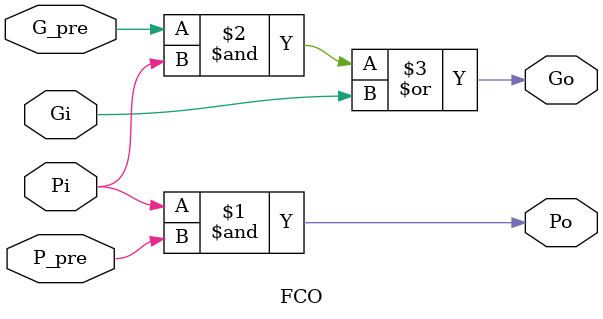
<source format=sv>
module FCO (
	input logic P_pre, G_pre, Pi, Gi,
	output logic Po, Go
);
assign Po = Pi & P_pre;
assign Go = (G_pre & Pi) | Gi;
endmodule

</source>
